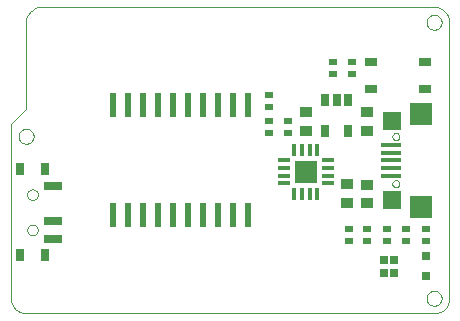
<source format=gbr>
G04 PROTEUS RS274X GERBER FILE*
%FSLAX45Y45*%
%MOMM*%
G01*
%ADD17R,0.609600X2.057400*%
%ADD18R,1.700000X0.400000*%
%ADD19R,1.500000X1.500000*%
%ADD70R,1.900000X1.900000*%
%ADD71R,1.041400X0.355600*%
%ADD20R,0.355600X1.041400*%
%ADD21R,1.000000X0.700000*%
%ADD22R,0.800000X1.000000*%
%ADD23R,1.500000X0.700000*%
%ADD24R,0.660000X1.000000*%
%ADD27R,0.650000X0.650000*%
%ADD28R,0.800000X0.800000*%
%ADD29R,0.750000X0.550000*%
%ADD72R,1.050000X0.900000*%
%ADD73C,0.025400*%
D17*
X+1854200Y+1606550D03*
X+1727200Y+1606550D03*
X+1600200Y+1606550D03*
X+1473200Y+1606550D03*
X+1346200Y+1606550D03*
X+1219200Y+1606550D03*
X+1092200Y+1606550D03*
X+965200Y+1606550D03*
X+838200Y+1606550D03*
X+711200Y+1606550D03*
X+711200Y+676550D03*
X+838200Y+676550D03*
X+965200Y+676550D03*
X+1092200Y+676550D03*
X+1219200Y+676550D03*
X+1346200Y+676550D03*
X+1473200Y+676550D03*
X+1600200Y+676550D03*
X+1727200Y+676550D03*
X+1854200Y+676550D03*
D18*
X+3060700Y+1013000D03*
X+3060700Y+1078000D03*
X+3060700Y+1143000D03*
X+3060700Y+1208000D03*
X+3060700Y+1273000D03*
D19*
X+3075700Y+1478000D03*
X+3075700Y+808000D03*
D70*
X+3320700Y+748000D03*
X+3320700Y+1538000D03*
D71*
X+2157300Y+1143000D03*
X+2157300Y+1078000D03*
X+2157300Y+1013000D03*
X+2157300Y+948000D03*
D20*
X+2244800Y+860500D03*
X+2309800Y+860500D03*
X+2374800Y+860500D03*
X+2439800Y+860500D03*
D71*
X+2527300Y+948000D03*
X+2527300Y+1013000D03*
X+2527300Y+1078000D03*
X+2527300Y+1143000D03*
D20*
X+2439800Y+1230500D03*
X+2374800Y+1230500D03*
X+2309800Y+1230500D03*
X+2244800Y+1230500D03*
D70*
X+2342300Y+1045500D03*
D21*
X+3352800Y+1973250D03*
X+2892800Y+1973250D03*
X+2892800Y+1748250D03*
X+3352800Y+1748250D03*
D22*
X+133800Y+336800D03*
X-76200Y+1066800D03*
X+133800Y+1066800D03*
X-76200Y+336800D03*
D23*
X+203800Y+926800D03*
X+203800Y+626800D03*
X+203800Y+476800D03*
D24*
X+2698750Y+1650650D03*
X+2603750Y+1650650D03*
X+2508750Y+1650650D03*
X+2508750Y+1390650D03*
X+2698750Y+1390650D03*
D27*
X+3088550Y+296850D03*
X+3088550Y+191850D03*
X+3003550Y+296850D03*
X+3003550Y+191850D03*
D28*
X+3359150Y+328600D03*
X+3359150Y+163600D03*
D29*
X+3194050Y+457200D03*
X+3194050Y+557200D03*
X+3028950Y+557200D03*
X+3028950Y+457200D03*
X+2190750Y+1471600D03*
X+2190750Y+1371600D03*
D72*
X+2857500Y+936800D03*
X+2857500Y+776800D03*
X+2863850Y+1550650D03*
X+2863850Y+1390650D03*
X+2692400Y+779800D03*
X+2692400Y+939800D03*
D29*
X+3359150Y+557200D03*
X+3359150Y+457200D03*
D72*
X+2343150Y+1390650D03*
X+2343150Y+1550650D03*
D29*
X+2032000Y+1371600D03*
X+2032000Y+1471600D03*
X+2863850Y+457200D03*
X+2863850Y+557200D03*
X+2705100Y+457200D03*
X+2705100Y+557200D03*
X+2568950Y+1873250D03*
X+2568950Y+1973250D03*
X+2734050Y+1873250D03*
X+2734050Y+1973250D03*
X+2032000Y+1695450D03*
X+2032000Y+1595450D03*
D73*
X-152400Y-25400D02*
X-149873Y-51367D01*
X-142602Y-75381D01*
X-131052Y-96977D01*
X-115689Y-115689D01*
X-96977Y-131052D01*
X-75381Y-142602D01*
X-51367Y-149873D01*
X-25400Y-152400D01*
X+3429000Y-152400D01*
X+3454967Y-149873D01*
X+3478981Y-142602D01*
X+3500577Y-131052D01*
X+3519289Y-115689D01*
X+3534652Y-96977D01*
X+3546202Y-75381D01*
X+3553473Y-51367D01*
X+3556000Y-25400D01*
X+3556000Y+2311400D01*
X+3553473Y+2337367D01*
X+3546202Y+2361381D01*
X+3534652Y+2382977D01*
X+3519289Y+2401689D01*
X+3500577Y+2417052D01*
X+3478981Y+2428602D01*
X+3454967Y+2435873D01*
X+3429000Y+2438400D01*
X+101600Y+2438400D01*
X+75632Y+2435873D01*
X+51618Y+2428602D01*
X+30023Y+2417052D01*
X+11311Y+2401689D01*
X-4052Y+2382977D01*
X-15602Y+2361381D01*
X-22873Y+2337367D01*
X-25400Y+2311400D01*
X-25400Y+1574800D01*
X-152400Y+1447800D01*
X-152400Y-25400D01*
X+3492500Y-25400D02*
X+3492283Y-20153D01*
X+3490518Y-9658D01*
X+3486826Y+837D01*
X+3480798Y+11332D01*
X+3471576Y+21712D01*
X+3461081Y+29400D01*
X+3450586Y+34318D01*
X+3440091Y+37124D01*
X+3429596Y+38097D01*
X+3429000Y+38100D01*
X+3365500Y-25400D02*
X+3365717Y-20153D01*
X+3367482Y-9658D01*
X+3371174Y+837D01*
X+3377202Y+11332D01*
X+3386424Y+21712D01*
X+3396919Y+29400D01*
X+3407414Y+34318D01*
X+3417909Y+37124D01*
X+3428404Y+38097D01*
X+3429000Y+38100D01*
X+3365500Y-25400D02*
X+3365717Y-30647D01*
X+3367482Y-41142D01*
X+3371174Y-51637D01*
X+3377202Y-62132D01*
X+3386424Y-72512D01*
X+3396919Y-80200D01*
X+3407414Y-85118D01*
X+3417909Y-87924D01*
X+3428404Y-88897D01*
X+3429000Y-88900D01*
X+3492500Y-25400D02*
X+3492283Y-30647D01*
X+3490518Y-41142D01*
X+3486826Y-51637D01*
X+3480798Y-62132D01*
X+3471576Y-72512D01*
X+3461081Y-80200D01*
X+3450586Y-85118D01*
X+3440091Y-87924D01*
X+3429596Y-88897D01*
X+3429000Y-88900D01*
X+3492500Y+2311400D02*
X+3492283Y+2316647D01*
X+3490518Y+2327142D01*
X+3486826Y+2337637D01*
X+3480798Y+2348132D01*
X+3471576Y+2358512D01*
X+3461081Y+2366200D01*
X+3450586Y+2371118D01*
X+3440091Y+2373924D01*
X+3429596Y+2374897D01*
X+3429000Y+2374900D01*
X+3365500Y+2311400D02*
X+3365717Y+2316647D01*
X+3367482Y+2327142D01*
X+3371174Y+2337637D01*
X+3377202Y+2348132D01*
X+3386424Y+2358512D01*
X+3396919Y+2366200D01*
X+3407414Y+2371118D01*
X+3417909Y+2373924D01*
X+3428404Y+2374897D01*
X+3429000Y+2374900D01*
X+3365500Y+2311400D02*
X+3365717Y+2306153D01*
X+3367482Y+2295658D01*
X+3371174Y+2285163D01*
X+3377202Y+2274668D01*
X+3386424Y+2264288D01*
X+3396919Y+2256600D01*
X+3407414Y+2251682D01*
X+3417909Y+2248876D01*
X+3428404Y+2247903D01*
X+3429000Y+2247900D01*
X+3492500Y+2311400D02*
X+3492283Y+2306153D01*
X+3490518Y+2295658D01*
X+3486826Y+2285163D01*
X+3480798Y+2274668D01*
X+3471576Y+2264288D01*
X+3461081Y+2256600D01*
X+3450586Y+2251682D01*
X+3440091Y+2248876D01*
X+3429596Y+2247903D01*
X+3429000Y+2247900D01*
X+38100Y+1346200D02*
X+37883Y+1351447D01*
X+36118Y+1361942D01*
X+32426Y+1372437D01*
X+26398Y+1382932D01*
X+17176Y+1393312D01*
X+6681Y+1401000D01*
X-3814Y+1405918D01*
X-14309Y+1408724D01*
X-24804Y+1409697D01*
X-25400Y+1409700D01*
X-88900Y+1346200D02*
X-88683Y+1351447D01*
X-86918Y+1361942D01*
X-83226Y+1372437D01*
X-77198Y+1382932D01*
X-67976Y+1393312D01*
X-57481Y+1401000D01*
X-46986Y+1405918D01*
X-36491Y+1408724D01*
X-25996Y+1409697D01*
X-25400Y+1409700D01*
X-88900Y+1346200D02*
X-88683Y+1340953D01*
X-86918Y+1330458D01*
X-83226Y+1319963D01*
X-77198Y+1309468D01*
X-67976Y+1299088D01*
X-57481Y+1291400D01*
X-46986Y+1286482D01*
X-36491Y+1283676D01*
X-25996Y+1282703D01*
X-25400Y+1282700D01*
X+38100Y+1346200D02*
X+37883Y+1340953D01*
X+36118Y+1330458D01*
X+32426Y+1319963D01*
X+26398Y+1309468D01*
X+17176Y+1299088D01*
X+6681Y+1291400D01*
X-3814Y+1286482D01*
X-14309Y+1283676D01*
X-24804Y+1282703D01*
X-25400Y+1282700D01*
X+3135700Y+943000D02*
X+3135597Y+945489D01*
X+3134755Y+950469D01*
X+3132995Y+955449D01*
X+3130118Y+960429D01*
X+3125717Y+965345D01*
X+3120737Y+968959D01*
X+3115757Y+971264D01*
X+3110777Y+972567D01*
X+3105797Y+973000D01*
X+3105700Y+973000D01*
X+3075700Y+943000D02*
X+3075803Y+945489D01*
X+3076645Y+950469D01*
X+3078405Y+955449D01*
X+3081282Y+960429D01*
X+3085683Y+965345D01*
X+3090663Y+968959D01*
X+3095643Y+971264D01*
X+3100623Y+972567D01*
X+3105603Y+973000D01*
X+3105700Y+973000D01*
X+3075700Y+943000D02*
X+3075803Y+940511D01*
X+3076645Y+935531D01*
X+3078405Y+930551D01*
X+3081282Y+925571D01*
X+3085683Y+920655D01*
X+3090663Y+917041D01*
X+3095643Y+914736D01*
X+3100623Y+913433D01*
X+3105603Y+913000D01*
X+3105700Y+913000D01*
X+3135700Y+943000D02*
X+3135597Y+940511D01*
X+3134755Y+935531D01*
X+3132995Y+930551D01*
X+3130118Y+925571D01*
X+3125717Y+920655D01*
X+3120737Y+917041D01*
X+3115757Y+914736D01*
X+3110777Y+913433D01*
X+3105797Y+913000D01*
X+3105700Y+913000D01*
X+3135700Y+1343000D02*
X+3135597Y+1345489D01*
X+3134755Y+1350469D01*
X+3132995Y+1355449D01*
X+3130118Y+1360429D01*
X+3125717Y+1365345D01*
X+3120737Y+1368959D01*
X+3115757Y+1371264D01*
X+3110777Y+1372567D01*
X+3105797Y+1373000D01*
X+3105700Y+1373000D01*
X+3075700Y+1343000D02*
X+3075803Y+1345489D01*
X+3076645Y+1350469D01*
X+3078405Y+1355449D01*
X+3081282Y+1360429D01*
X+3085683Y+1365345D01*
X+3090663Y+1368959D01*
X+3095643Y+1371264D01*
X+3100623Y+1372567D01*
X+3105603Y+1373000D01*
X+3105700Y+1373000D01*
X+3075700Y+1343000D02*
X+3075803Y+1340511D01*
X+3076645Y+1335531D01*
X+3078405Y+1330551D01*
X+3081282Y+1325571D01*
X+3085683Y+1320655D01*
X+3090663Y+1317041D01*
X+3095643Y+1314736D01*
X+3100623Y+1313433D01*
X+3105603Y+1313000D01*
X+3105700Y+1313000D01*
X+3135700Y+1343000D02*
X+3135597Y+1340511D01*
X+3134755Y+1335531D01*
X+3132995Y+1330551D01*
X+3130118Y+1325571D01*
X+3125717Y+1320655D01*
X+3120737Y+1317041D01*
X+3115757Y+1314736D01*
X+3110777Y+1313433D01*
X+3105797Y+1313000D01*
X+3105700Y+1313000D01*
X+73800Y+551800D02*
X+73645Y+555527D01*
X+72389Y+562982D01*
X+69759Y+570437D01*
X+65463Y+577892D01*
X+58893Y+585258D01*
X+51438Y+590691D01*
X+43983Y+594161D01*
X+36528Y+596131D01*
X+29073Y+596799D01*
X+28800Y+596800D01*
X-16200Y+551800D02*
X-16045Y+555527D01*
X-14789Y+562982D01*
X-12159Y+570437D01*
X-7863Y+577892D01*
X-1293Y+585258D01*
X+6162Y+590691D01*
X+13617Y+594161D01*
X+21072Y+596131D01*
X+28527Y+596799D01*
X+28800Y+596800D01*
X-16200Y+551800D02*
X-16045Y+548073D01*
X-14789Y+540618D01*
X-12159Y+533163D01*
X-7863Y+525708D01*
X-1293Y+518342D01*
X+6162Y+512909D01*
X+13617Y+509439D01*
X+21072Y+507469D01*
X+28527Y+506801D01*
X+28800Y+506800D01*
X+73800Y+551800D02*
X+73645Y+548073D01*
X+72389Y+540618D01*
X+69759Y+533163D01*
X+65463Y+525708D01*
X+58893Y+518342D01*
X+51438Y+512909D01*
X+43983Y+509439D01*
X+36528Y+507469D01*
X+29073Y+506801D01*
X+28800Y+506800D01*
X+73800Y+851800D02*
X+73645Y+855527D01*
X+72389Y+862982D01*
X+69759Y+870437D01*
X+65463Y+877892D01*
X+58893Y+885258D01*
X+51438Y+890691D01*
X+43983Y+894161D01*
X+36528Y+896131D01*
X+29073Y+896799D01*
X+28800Y+896800D01*
X-16200Y+851800D02*
X-16045Y+855527D01*
X-14789Y+862982D01*
X-12159Y+870437D01*
X-7863Y+877892D01*
X-1293Y+885258D01*
X+6162Y+890691D01*
X+13617Y+894161D01*
X+21072Y+896131D01*
X+28527Y+896799D01*
X+28800Y+896800D01*
X-16200Y+851800D02*
X-16045Y+848073D01*
X-14789Y+840618D01*
X-12159Y+833163D01*
X-7863Y+825708D01*
X-1293Y+818342D01*
X+6162Y+812909D01*
X+13617Y+809439D01*
X+21072Y+807469D01*
X+28527Y+806801D01*
X+28800Y+806800D01*
X+73800Y+851800D02*
X+73645Y+848073D01*
X+72389Y+840618D01*
X+69759Y+833163D01*
X+65463Y+825708D01*
X+58893Y+818342D01*
X+51438Y+812909D01*
X+43983Y+809439D01*
X+36528Y+807469D01*
X+29073Y+806801D01*
X+28800Y+806800D01*
M02*

</source>
